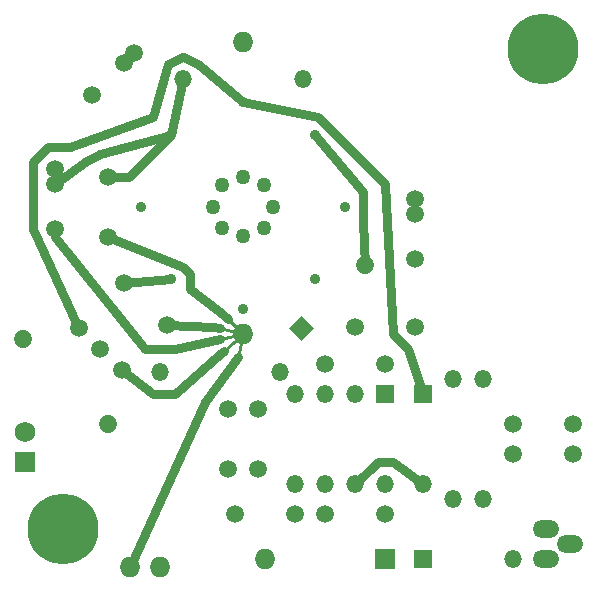
<source format=gtl>
G04 (created by PCBNEW (22-Jun-2014 BZR 4027)-stable) date Fri 29 Dec 2017 01:03:39 AM CST*
%MOIN*%
G04 Gerber Fmt 3.4, Leading zero omitted, Abs format*
%FSLAX34Y34*%
G01*
G70*
G90*
G04 APERTURE LIST*
%ADD10C,0.00590551*%
%ADD11O,0.0885X0.059*%
%ADD12O,0.059X0.059*%
%ADD13C,0.059*%
%ADD14C,0.05*%
%ADD15R,0.059X0.059*%
%ADD16O,0.069X0.069*%
%ADD17C,0.23622*%
%ADD18C,0.059*%
%ADD19R,0.069X0.069*%
%ADD20C,0.069*%
%ADD21C,0.035*%
%ADD22C,0.03*%
%ADD23C,0.01*%
G04 APERTURE END LIST*
G54D10*
G54D11*
X95852Y-43250D03*
X96647Y-43750D03*
X95852Y-44250D03*
G54D12*
X92750Y-38250D03*
X92750Y-42250D03*
X93750Y-42250D03*
X93750Y-38250D03*
X83000Y-38000D03*
X87000Y-38000D03*
X83750Y-28250D03*
X87750Y-28250D03*
G54D13*
X81250Y-39750D02*
X81250Y-39750D01*
X78421Y-36921D02*
X78421Y-36921D01*
G54D14*
X85042Y-31792D03*
X86457Y-31792D03*
X86739Y-32500D03*
X85750Y-31510D03*
X86457Y-33207D03*
X85750Y-33489D03*
X85042Y-33207D03*
X84760Y-32500D03*
G54D15*
X90500Y-38750D03*
G54D12*
X89500Y-38750D03*
X88500Y-38750D03*
X87500Y-38750D03*
X87500Y-41750D03*
X88500Y-41750D03*
X90500Y-41750D03*
X89500Y-41750D03*
G54D16*
X83000Y-44500D03*
X82000Y-44500D03*
G54D17*
X95750Y-27250D03*
G54D18*
X80292Y-36542D03*
X81707Y-37957D03*
X81000Y-37250D03*
X94750Y-40750D03*
X96750Y-40750D03*
X91500Y-36500D03*
X89500Y-36500D03*
X85250Y-41250D03*
X85250Y-39250D03*
X86250Y-41250D03*
X86250Y-39250D03*
X88500Y-42750D03*
X90500Y-42750D03*
X81792Y-35042D03*
X83207Y-36457D03*
X81250Y-31500D03*
X81250Y-33500D03*
X96750Y-39750D03*
X94750Y-39750D03*
X90500Y-37750D03*
X88500Y-37750D03*
X87500Y-42750D03*
X85500Y-42750D03*
G54D16*
X85750Y-36750D03*
G54D19*
X90500Y-44250D03*
G54D16*
X86500Y-44250D03*
G54D15*
X91750Y-38750D03*
G54D12*
X91750Y-41750D03*
G54D10*
G36*
X87689Y-36143D02*
X88106Y-36560D01*
X87689Y-36977D01*
X87272Y-36560D01*
X87689Y-36143D01*
X87689Y-36143D01*
G37*
G54D13*
X89810Y-34439D02*
X89810Y-34439D01*
G54D15*
X91750Y-44250D03*
G54D12*
X94750Y-44250D03*
G54D18*
X82133Y-27366D03*
X80719Y-28780D03*
X81780Y-27719D03*
X79500Y-31250D03*
X79500Y-33250D03*
X79500Y-31750D03*
X91500Y-32250D03*
X91500Y-34250D03*
X91500Y-32750D03*
G54D19*
X78500Y-41000D03*
G54D20*
X78500Y-40000D03*
G54D17*
X79750Y-43250D03*
G54D16*
X85750Y-27000D03*
G54D21*
X89150Y-32500D03*
X83350Y-34900D03*
X83350Y-30100D03*
X88150Y-34900D03*
X88150Y-30100D03*
X82350Y-32500D03*
X85750Y-29000D03*
X85750Y-35900D03*
G54D22*
X81792Y-35042D02*
X83350Y-34900D01*
G54D23*
X83000Y-38000D02*
X83000Y-38000D01*
G54D22*
X89500Y-41750D02*
X90250Y-41000D01*
X90750Y-41000D02*
X91750Y-41750D01*
X90250Y-41000D02*
X90750Y-41000D01*
X83350Y-30100D02*
X81000Y-30750D01*
X80500Y-31000D02*
X79500Y-31750D01*
X81000Y-30750D02*
X80500Y-31000D01*
X83350Y-30100D02*
X83750Y-28250D01*
X81250Y-31500D02*
X81950Y-31500D01*
X81950Y-31500D02*
X83350Y-30100D01*
X89750Y-32000D02*
X89750Y-33000D01*
X89750Y-33000D02*
X89810Y-34439D01*
X88150Y-30100D02*
X89750Y-32000D01*
X83250Y-27750D02*
X82750Y-29500D01*
X84250Y-27750D02*
X83750Y-27500D01*
X83750Y-27500D02*
X83250Y-27750D01*
X78750Y-33250D02*
X80250Y-36500D01*
X80292Y-36542D02*
X80250Y-36500D01*
X84250Y-27750D02*
X85750Y-29000D01*
X78750Y-31000D02*
X78750Y-33250D01*
X79250Y-30500D02*
X78750Y-31000D01*
X80000Y-30500D02*
X79250Y-30500D01*
X82750Y-29500D02*
X80000Y-30500D01*
X91750Y-38750D02*
X91250Y-37250D01*
X91250Y-37250D02*
X90750Y-36750D01*
X90750Y-36750D02*
X90500Y-31750D01*
X90500Y-31750D02*
X88250Y-29500D01*
X88250Y-29500D02*
X85750Y-29000D01*
X85596Y-37519D02*
X84500Y-39000D01*
X82000Y-44500D02*
X84500Y-39000D01*
G54D23*
X85653Y-37230D02*
X85750Y-36750D01*
X85596Y-37519D02*
X85653Y-37230D01*
G54D22*
X83500Y-38750D02*
X82750Y-38750D01*
G54D23*
X85750Y-36750D02*
X85134Y-37326D01*
G54D22*
X85134Y-37326D02*
X85000Y-37416D01*
X85000Y-37416D02*
X83500Y-38750D01*
X82750Y-38750D02*
X81707Y-37957D01*
G54D23*
X85750Y-36750D02*
X85250Y-36250D01*
G54D22*
X85250Y-36250D02*
X85000Y-36000D01*
X83750Y-34500D02*
X81250Y-33500D01*
X84000Y-34750D02*
X83750Y-34500D01*
X84000Y-35250D02*
X84000Y-34750D01*
X85000Y-36000D02*
X84000Y-35250D01*
X82500Y-37250D02*
X79500Y-33500D01*
X82500Y-37250D02*
X83500Y-37250D01*
G54D23*
X85750Y-36750D02*
X85000Y-36916D01*
G54D22*
X85000Y-36916D02*
X83500Y-37250D01*
X79500Y-33500D02*
X79500Y-33250D01*
G54D23*
X85750Y-36750D02*
X85000Y-36562D01*
G54D22*
X85000Y-36562D02*
X84750Y-36500D01*
X84750Y-36500D02*
X83207Y-36457D01*
X83207Y-36457D02*
X83164Y-36414D01*
M02*

</source>
